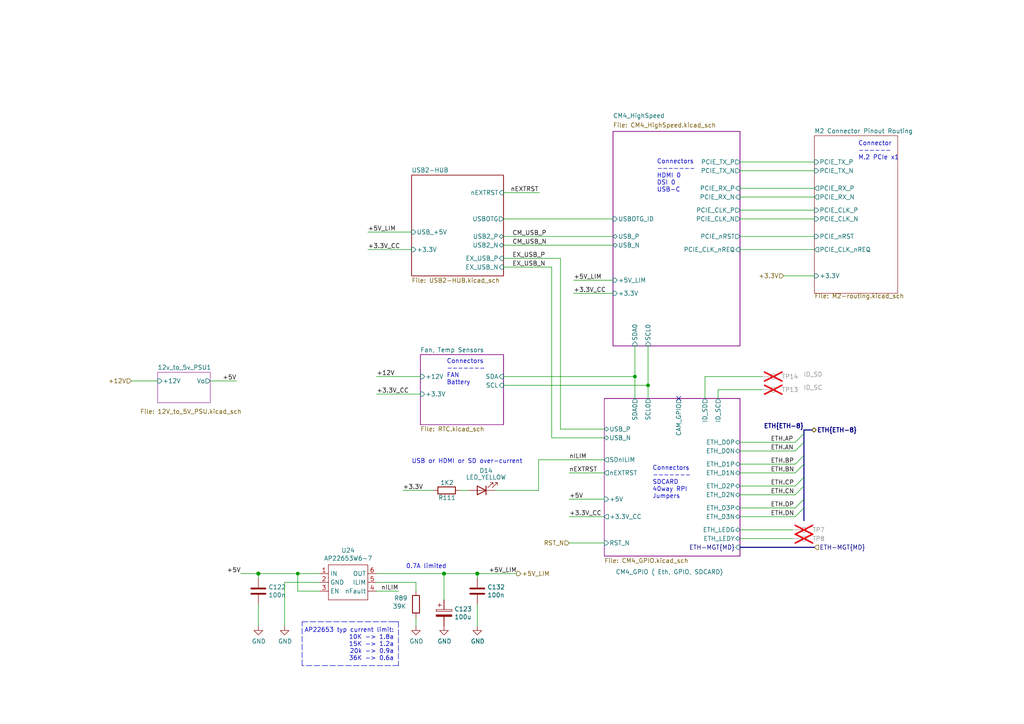
<source format=kicad_sch>
(kicad_sch (version 20231120) (generator "eeschema") (generator_version "8.0")
  (paper "A4")
  (title_block (title "Hexa-Pi") (date "2024-01/02") (rev "1.0") (company "Coxyz") (comment 1 "fjc"))
  (lib_symbols
    (symbol "CM4IO:AP2553W6"
      (property "Reference" "U" (at 3.81 -6.35 0))
      (property "Value" "AP2553W6" (at -3.81 -6.35 0))
      (symbol "AP2553W6_0_0"
        (pin power_in line (at -8.89 2.54 0) (length 2.54) (name "IN") (number "1"))
        (pin power_in line (at -8.89 0 0) (length 2.54) (name "GND") (number "2"))
        (pin input line (at -8.89 -2.54 0) (length 2.54) (name "EN") (number "3"))
        (pin open_collector line (at 7.62 -2.54 180) (length 2.54) (name "nFault") (number "4"))
        (pin passive line (at 7.62 0 180) (length 2.54) (name "ILIM") (number "5"))
        (pin power_out line (at 7.62 2.54 180) (length 2.54) (name "OUT") (number "6"))
      )
      (symbol "AP2553W6_0_1"
        (rectangle (start -6.35 5.08) (end 5.08 -5.08))
      )
    )
    (symbol "Connector:TestPoint" (pin_numbers hide) (pin_names (offset 0.762) hide) (in_bom no)
      (property "Reference" "TP" (at 0 6.858 0))
      (property "Value" "TestPoint" (at 0 5.08 0))
      (symbol "TestPoint_0_1"
        (circle (center 0 3.302) (radius 0.762))
      )
      (symbol "TestPoint_1_1"
        (pin passive line (at 0 0 90) (length 2.54) (name "1") (number "1"))
      )
    )
    (symbol "Device:C" (pin_numbers hide) (pin_names (offset 0.254))
      (property "Reference" "C" (at 0.635 2.54 0))
      (property "Value" "C" (at 0.635 -2.54 0))
      (symbol "C_0_1"
        (polyline (pts (xy -2.032 -0.762) (xy 2.032 -0.762)) (stroke (width 0.508)))
        (polyline (pts (xy -2.032 0.762) (xy 2.032 0.762)) (stroke (width 0.508)))
      )
      (symbol "C_1_1"
        (pin passive line (at 0 3.81 270) (length 2.794) (name "~") (number "1"))
        (pin passive line (at 0 -3.81 90) (length 2.794) (name "~") (number "2"))
      )
    )
    (symbol "Device:C_Polarized" (pin_numbers hide) (pin_names (offset 0.254))
      (property "Reference" "C" (at 0.635 2.54 0))
      (property "Value" "C_Polarized" (at 0.635 -2.54 0))
      (symbol "C_Polarized_0_1"
        (rectangle (start -2.286 0.508) (end 2.286 1.016))
        (polyline (pts (xy -1.778 2.286) (xy -0.762 2.286)))
        (polyline (pts (xy -1.27 2.794) (xy -1.27 1.778)))
        (rectangle (start 2.286 -0.508) (end -2.286 -1.016) (fill (type outline)))
      )
      (symbol "C_Polarized_1_1"
        (pin passive line (at 0 3.81 270) (length 2.794) (name "~") (number "1"))
        (pin passive line (at 0 -3.81 90) (length 2.794) (name "~") (number "2"))
      )
    )
    (symbol "Device:LED" (pin_numbers hide) (pin_names (offset 1.016) hide)
      (property "Reference" "D" (at 0 2.54 0))
      (property "Value" "LED" (at 0 -2.54 0))
      (symbol "LED_0_1"
        (polyline (pts (xy -1.27 -1.27) (xy -1.27 1.27)) (stroke (width 0.254)))
        (polyline (pts (xy -1.27 0) (xy 1.27 0)))
        (polyline (pts (xy 1.27 -1.27) (xy 1.27 1.27) (xy -1.27 0) (xy 1.27 -1.27)) (stroke (width 0.254)))
        (polyline (pts (xy -3.048 -0.762) (xy -4.572 -2.286) (xy -3.81 -2.286) (xy -4.572 -2.286) (xy -4.572 -1.524)))
        (polyline (pts (xy -1.778 -0.762) (xy -3.302 -2.286) (xy -2.54 -2.286) (xy -3.302 -2.286) (xy -3.302 -1.524)))
      )
      (symbol "LED_1_1"
        (pin passive line (at -3.81 0 0) (length 2.54) (name "K") (number "1"))
        (pin passive line (at 3.81 0 180) (length 2.54) (name "A") (number "2"))
      )
    )
    (symbol "Device:R" (pin_numbers hide) (pin_names (offset 0))
      (property "Reference" "R" (at 2.032 0 90))
      (property "Value" "R" (at 0 0 90))
      (symbol "R_0_1"
        (rectangle (start -1.016 -2.54) (end 1.016 2.54) (stroke (width 0.254)))
      )
      (symbol "R_1_1"
        (pin passive line (at 0 3.81 270) (length 1.27) (name "~") (number "1"))
        (pin passive line (at 0 -3.81 90) (length 1.27) (name "~") (number "2"))
      )
    )
    (symbol "TestPoint_1" (pin_numbers hide) (pin_names (offset 0.762) hide) (in_bom no)
      (property "Reference" "TP" (at 0 6.858 0))
      (property "Value" "TestPoint" (at 0 5.08 0))
      (symbol "TestPoint_1_0_1"
        (circle (center 0 3.302) (radius 0.762))
      )
      (symbol "TestPoint_1_1_1"
        (pin passive line (at 0 0 90) (length 2.54) (name "1") (number "1"))
      )
    )
    (symbol "power:GND" (power) (pin_names (offset 0))
      (property "Value" "GND" (at 0 -3.81 0))
      (symbol "GND_0_1"
        (polyline (pts (xy 0 0) (xy 0 -1.27) (xy 1.27 -1.27) (xy 0 -2.54) (xy -1.27 -1.27) (xy 0 -1.27)))
      )
      (symbol "GND_1_1"
        (pin power_in line (at 0 0 270) (length 0) hide (name "GND") (number "1"))
      )
    )
  )
  (junction (at 187.96 111.76))
  (junction (at 138.43 166.37) (diameter 1.016))
  (junction (at 86.36 166.37) (diameter 0.9144))
  (junction (at 184.15 109.22))
  (junction (at 128.778 166.37) (diameter 1.016))
  (junction (at 74.93 166.37) (diameter 1.016))
  (no_connect (at 196.85 115.57))
  (bus_entry (at 233.172 128.27) (size -2.54 2.54))
  (bus_entry (at 233.172 138.43) (size -2.54 2.54))
  (bus_entry (at 233.172 140.97) (size -2.54 2.54))
  (bus_entry (at 233.172 144.78) (size -2.54 2.54))
  (bus_entry (at 233.172 132.08) (size -2.54 2.54))
  (bus_entry (at 233.172 134.62) (size -2.54 2.54))
  (bus_entry (at 233.172 147.32) (size -2.54 2.54))
  (bus_entry (at 233.172 125.73) (size -2.54 2.54))
  (wire (pts (xy 120.65 179.07) (xy 120.65 181.61)))
  (wire (pts (xy 133.35 142.24) (xy 135.89 142.24)))
  (wire (pts (xy 204.47 109.22) (xy 204.47 115.57)))
  (wire (pts (xy 204.47 109.22) (xy 220.98 109.22)))
  (wire (pts (xy 162.56 74.93) (xy 146.05 74.93)))
  (polyline (pts (xy 115.57 193.04) (xy 87.63 193.04)) (stroke (width 0.152) (type dash)))
  (wire (pts (xy 184.15 100.33) (xy 184.15 109.22)))
  (wire (pts (xy 109.22 166.37) (xy 128.778 166.37)))
  (wire (pts (xy 60.96 110.49) (xy 68.58 110.49)))
  (wire (pts (xy 160.02 77.47) (xy 146.05 77.47)))
  (bus (pts (xy 233.172 140.97) (xy 233.172 144.78)))
  (wire (pts (xy 214.63 49.53) (xy 236.22 49.53)))
  (bus (pts (xy 233.172 144.78) (xy 233.172 147.32)))
  (wire (pts (xy 165.1 137.16) (xy 175.26 137.16)))
  (wire (pts (xy 120.65 168.91) (xy 120.65 171.45)))
  (bus (pts (xy 233.172 138.43) (xy 233.172 140.97)))
  (wire (pts (xy 146.05 55.88) (xy 156.464 55.88)))
  (wire (pts (xy 143.51 142.24) (xy 156.21 142.24)))
  (bus (pts (xy 233.172 134.62) (xy 233.172 138.43)))
  (wire (pts (xy 214.63 128.27) (xy 230.632 128.27)))
  (wire (pts (xy 177.8 85.09) (xy 166.37 85.09)))
  (wire (pts (xy 214.63 156.21) (xy 229.87 156.21)))
  (wire (pts (xy 116.84 142.24) (xy 125.73 142.24)))
  (wire (pts (xy 82.55 168.91) (xy 82.55 181.61)))
  (polyline (pts (xy 114.3 180.34) (xy 115.57 180.34)) (stroke (width 0) (type dash)))
  (wire (pts (xy 138.43 175.26) (xy 138.43 181.61)))
  (wire (pts (xy 214.63 149.86) (xy 230.632 149.86)))
  (bus (pts (xy 233.172 147.32) (xy 233.172 151.003)))
  (wire (pts (xy 109.22 109.22) (xy 121.92 109.22)))
  (wire (pts (xy 214.63 153.67) (xy 229.87 153.67)))
  (wire (pts (xy 156.21 142.24) (xy 156.21 133.35)))
  (wire (pts (xy 187.96 100.33) (xy 187.96 111.76)))
  (wire (pts (xy 187.96 115.57) (xy 187.96 111.76)))
  (wire (pts (xy 214.63 46.99) (xy 236.22 46.99)))
  (wire (pts (xy 86.36 166.37) (xy 86.36 171.45)))
  (wire (pts (xy 146.05 111.76) (xy 187.96 111.76)))
  (wire (pts (xy 165.1 144.78) (xy 175.26 144.78)))
  (wire (pts (xy 165.1 157.48) (xy 175.26 157.48)))
  (wire (pts (xy 208.28 113.03) (xy 220.98 113.03)))
  (wire (pts (xy 208.28 115.57) (xy 208.28 113.03)))
  (wire (pts (xy 214.63 147.32) (xy 230.632 147.32)))
  (wire (pts (xy 156.21 133.35) (xy 175.26 133.35)))
  (wire (pts (xy 128.778 166.37) (xy 138.43 166.37)))
  (wire (pts (xy 214.63 54.61) (xy 236.22 54.61)))
  (wire (pts (xy 138.43 167.64) (xy 138.43 166.37)))
  (polyline (pts (xy 87.63 180.34) (xy 115.57 180.34)) (stroke (width 0.152) (type dash)))
  (wire (pts (xy 214.63 60.96) (xy 236.22 60.96)))
  (wire (pts (xy 146.05 68.58) (xy 177.8 68.58)))
  (bus (pts (xy 235.458 124.714) (xy 233.172 124.714)))
  (wire (pts (xy 86.36 166.37) (xy 92.71 166.37)))
  (wire (pts (xy 160.02 127) (xy 160.02 77.47)))
  (wire (pts (xy 214.63 134.62) (xy 230.632 134.62)))
  (wire (pts (xy 106.68 67.31) (xy 119.38 67.31)))
  (wire (pts (xy 74.93 166.37) (xy 86.36 166.37)))
  (wire (pts (xy 109.22 168.91) (xy 120.65 168.91)))
  (bus (pts (xy 233.172 132.08) (xy 233.172 134.62)))
  (wire (pts (xy 236.22 72.39) (xy 214.63 72.39)))
  (wire (pts (xy 162.56 124.46) (xy 175.26 124.46)))
  (wire (pts (xy 214.63 68.58) (xy 236.22 68.58)))
  (wire (pts (xy 166.37 81.28) (xy 177.8 81.28)))
  (wire (pts (xy 214.63 140.97) (xy 230.632 140.97)))
  (wire (pts (xy 214.63 57.15) (xy 236.22 57.15)))
  (polyline (pts (xy 87.63 193.04) (xy 87.63 180.34)) (stroke (width 0.152) (type dash)))
  (wire (pts (xy 119.38 72.39) (xy 106.68 72.39)))
  (wire (pts (xy 184.15 109.22) (xy 184.15 115.57)))
  (wire (pts (xy 86.36 171.45) (xy 92.71 171.45)))
  (wire (pts (xy 128.778 166.37) (xy 128.778 173.99)))
  (wire (pts (xy 146.05 71.12) (xy 177.8 71.12)))
  (bus (pts (xy 233.172 128.27) (xy 233.172 132.08)))
  (bus (pts (xy 233.172 124.714) (xy 233.172 125.73)))
  (wire (pts (xy 214.63 137.16) (xy 230.632 137.16)))
  (wire (pts (xy 146.05 63.5) (xy 177.8 63.5)))
  (wire (pts (xy 160.02 127) (xy 175.26 127)))
  (wire (pts (xy 69.85 166.37) (xy 74.93 166.37)))
  (wire (pts (xy 138.43 166.37) (xy 149.86 166.37)))
  (bus (pts (xy 236.22 158.75) (xy 214.63 158.75)))
  (wire (pts (xy 109.22 171.45) (xy 115.57 171.45)))
  (wire (pts (xy 214.63 130.81) (xy 230.632 130.81)))
  (wire (pts (xy 162.56 124.46) (xy 162.56 74.93)))
  (polyline (pts (xy 115.57 180.34) (xy 115.57 193.04)) (stroke (width 0.152) (type dash)))
  (wire (pts (xy 121.92 114.3) (xy 109.22 114.3)))
  (wire (pts (xy 214.63 143.51) (xy 230.632 143.51)))
  (wire (pts (xy 74.93 181.61) (xy 74.93 175.26)))
  (wire (pts (xy 74.93 167.64) (xy 74.93 166.37)))
  (wire (pts (xy 146.05 109.22) (xy 184.15 109.22)))
  (wire (pts (xy 236.22 63.5) (xy 214.63 63.5)))
  (wire (pts (xy 38.1 110.49) (xy 45.72 110.49)))
  (wire (pts (xy 227.33 80.01) (xy 236.22 80.01)))
  (wire (pts (xy 92.71 168.91) (xy 82.55 168.91)))
  (bus (pts (xy 233.172 125.73) (xy 233.172 128.27)))
  (wire (pts (xy 165.1 149.86) (xy 175.26 149.86)))
  (text "Connector\n------\nM.2 PCIe x1" (at 248.9004 46.531 0) (effects (font (size 1.27 1.27)) (justify left bottom)))
  (text "0.7A limited" (at 129.54 165.1 0) (effects (font (size 1.27 1.27)) (justify right bottom)))
  (text "Connectors\n-------\nSDCARD\n40way RPI\nJumpers" (at 189.23 144.78 0) (effects (font (size 1.27 1.27)) (justify left bottom)))
  (text "Connectors\n-------\nFAN\nBattery" (at 129.54 111.76 0) (effects (font (size 1.27 1.27)) (justify left bottom)))
  (text "Connectors\n-------\nHDMI 0\nDSI 0\nUSB-C\n" (at 190.5 55.88 0) (effects (font (size 1.27 1.27)) (justify left bottom)))
  (text "AP22653 typ current limit:\n10K -> 1.8a\n15K -> 1.2a\n20k -> 0.9a\n36K -> 0.6a" (at 114.3 191.77 0) (effects (font (size 1.27 1.27)) (justify right bottom)))
  (text "USB or HDMI or SD over-current" (at 119.38 134.62 0) (effects (font (size 1.27 1.27)) (justify left bottom)))
  (label "nEXTRST" (at 165.1 137.16 0))
  (label "+12V" (at 109.22 109.22 0))
  (label "+3.3V_CC" (at 165.1 149.86 0))
  (label "ETH.AP" (at 223.52 128.27 0))
  (label "nILIM" (at 165.1 133.35 0))
  (label "nEXTRST" (at 156.21 55.88 180))
  (label "+3.3V_CC" (at 109.22 114.3 0))
  (label "ETH{ETH-8}" (at 233.172 124.714 180) (effects (font (bold yes))))
  (label "+5V" (at 68.58 110.49 180))
  (label "nILIM" (at 115.57 171.45 180))
  (label "ETH.CN" (at 223.52 143.51 0))
  (label "CM_USB_P" (at 148.59 68.58 0))
  (label "+3.3V_CC" (at 106.68 72.39 0))
  (label "+3.3V" (at 116.84 142.24 0))
  (label "+5V_LIM" (at 149.86 166.37 180))
  (label "ETH.DN" (at 223.52 149.86 0))
  (label "ETH.CP" (at 223.52 140.97 0))
  (label "ETH.DP" (at 223.52 147.32 0))
  (label "+5V" (at 69.85 166.37 180))
  (label "+5V" (at 165.1 144.78 0))
  (label "EX_USB_P" (at 148.59 74.93 0))
  (label "ETH.BN" (at 223.52 137.16 0))
  (label "+5V_LIM" (at 166.37 81.28 0))
  (label "+5V_LIM" (at 106.68 67.31 0))
  (label "CM_USB_N" (at 148.59 71.12 0))
  (label "+3.3V_CC" (at 166.37 85.09 0))
  (label "ETH.BP" (at 223.52 134.62 0))
  (label "EX_USB_N" (at 148.59 77.47 0))
  (label "ETH.AN" (at 223.52 130.81 0))
  (hierarchical_label "ETH{ETH-8}" (shape bidirectional) (at 235.458 124.714 0) (effects (font (bold yes))))
  (hierarchical_label "RST_N" (shape input) (at 165.1 157.48 180))
  (hierarchical_label "+5V_LIM" (shape output) (at 149.86 166.37 0))
  (hierarchical_label "ETH-MGT{MD}" (shape input) (at 236.22 158.75 0))
  (hierarchical_label "+3.3V" (shape input) (at 227.33 80.01 180))
  (hierarchical_label "+12V" (shape input) (at 38.1 110.49 180))
  (symbol (lib_name "TestPoint_1") (lib_id "Connector:TestPoint") (at 220.98 113.03 270) (unit 1) (in_bom no) (dnp yes)
    (property "Reference" "TP13" (at 226.695 113.0299 90) (effects (justify left)))
    (property "Value" "ID_SC" (at 233.045 112.395 90) (effects (justify left)))
    (property "Footprint" "TestPoint:TestPoint_Pad_D1.0mm" (effects (hide yes)))
    (property "LCSC Part #" "DNP" (effects (hide yes)))
    (property "Part Description" "testpoint" (effects (hide yes)))
    (property "Special" "DNP" (effects (hide yes)))
  )
  (symbol (lib_id "Device:C") (at 74.93 171.45 0) (unit 1)
    (property "Reference" "C122" (at 77.851 170.2816 0) (effects (justify left)))
    (property "Value" "100n" (at 77.851 172.593 0) (effects (justify left)))
    (property "Footprint" "Capacitor_SMD:C_0402_1005Metric" (effects (hide yes)))
    (property "Datasheet" "https://search.murata.co.jp/Ceramy/image/img/A01X/G101/ENG/GRM21BR71A106KA73-01.pdf" (effects (hide yes)))
    (property "LCSC Part #" "C1525" (effects (hide yes)))
    (property "Part Description" "50V 100nF X7R ±10% 0402 Multilayer Ceramic Capacitors MLCC" (effects (hide yes)))
  )
  (symbol (lib_id "Device:C") (at 138.43 171.45 0) (unit 1)
    (property "Reference" "C132" (at 141.351 170.2816 0) (effects (justify left)))
    (property "Value" "100n" (at 141.351 172.593 0) (effects (justify left)))
    (property "Footprint" "Capacitor_SMD:C_0402_1005Metric" (effects (hide yes)))
    (property "Datasheet" "https://search.murata.co.jp/Ceramy/image/img/A01X/G101/ENG/GRM21BR71A106KA73-01.pdf" (effects (hide yes)))
    (property "LCSC Part #" "C1525" (effects (hide yes)))
    (property "Part Description" "50V 100nF X7R ±10% 0402 Multilayer Ceramic Capacitors MLCC" (effects (hide yes)))
  )
  (symbol (lib_id "Device:R") (at 129.54 142.24 90) (unit 1)
    (property "Reference" "R111" (at 129.6342 144.3591 90))
    (property "Value" "1K2" (at 129.6342 140.0031 90))
    (property "Footprint" "Resistor_SMD:R_0603_1608Metric" (effects (hide yes)))
    (property "LCSC Part #" "C22765" (effects (hide yes)))
    (property "Part Description" "100mW ±1% 1.2kΩ 0603 Chip Resistor - Surface Mount" (effects (hide yes)))
  )
  (symbol (lib_id "Connector:TestPoint") (at 220.98 109.22 270) (unit 1) (in_bom no) (dnp yes)
    (property "Reference" "TP14" (at 226.695 109.2199 90) (effects (justify left)))
    (property "Value" "ID_SD" (at 233.045 108.585 90) (effects (justify left)))
    (property "Footprint" "TestPoint:TestPoint_Pad_D1.0mm" (effects (hide yes)))
    (property "LCSC Part #" "DNP" (effects (hide yes)))
    (property "Part Description" "testpoint" (effects (hide yes)))
    (property "Special" "DNP" (effects (hide yes)))
  )
  (symbol (lib_id "Device:C_Polarized") (at 128.778 177.8 0) (unit 1)
    (property "Reference" "C123" (at 131.7752 176.657 0) (effects (justify left)))
    (property "Value" "100u" (at 131.7752 178.943 0) (effects (justify left)))
    (property "Footprint" "Capacitor_Tantalum_SMD:CP_EIA-3528-21_Kemet-B" (effects (hide yes)))
    (property "Datasheet" "https://datasheets.avx.com/TPS.pdf" (effects (hide yes)))
    (property "LCSC Part #" "C16133" (effects (hide yes)))
    (property "Part Description" "6.3V 100uF 1.7Ω@100kHz ±10% CASE-B-3528 Tantalum Cap" (effects (hide yes)))
  )
  (symbol (lib_id "power:GND") (at 74.93 181.61 0) (unit 1)
    (property "Reference" "#PWR020" (effects (hide yes)))
    (property "Value" "GND" (at 75.057 186.0042 0))
  )
  (symbol (lib_id "Connector:TestPoint") (at 229.87 156.21 270) (unit 1) (in_bom no) (dnp yes)
    (property "Reference" "TP8" (at 235.585 156.2099 90) (effects (justify left)))
    (property "Value" "ID_SD" (effects (hide yes)))
    (property "Footprint" "TestPoint:TestPoint_Pad_D1.0mm" (effects (hide yes)))
    (property "LCSC Part #" "DNP" (effects (hide yes)))
    (property "Part Description" "testpoint" (effects (hide yes)))
    (property "Special" "DNP" (effects (hide yes)))
  )
  (symbol (lib_id "power:GND") (at 82.55 181.61 0) (unit 1)
    (property "Reference" "#PWR021" (effects (hide yes)))
    (property "Value" "GND" (at 82.677 186.0042 0))
  )
  (symbol (lib_id "power:GND") (at 128.778 181.61 0) (unit 1)
    (property "Reference" "#PWR023" (effects (hide yes)))
    (property "Value" "GND" (at 128.905 186.0042 0))
  )
  (symbol (lib_id "power:GND") (at 138.43 181.61 0) (unit 1)
    (property "Reference" "#PWR024" (effects (hide yes)))
    (property "Value" "GND" (at 138.557 186.0042 0))
  )
  (symbol (lib_id "power:GND") (at 120.65 181.61 0) (unit 1)
    (property "Reference" "#PWR022" (effects (hide yes)))
    (property "Value" "GND" (at 120.777 186.0042 0))
  )
  (symbol (lib_id "CM4IO:AP2553W6") (at 101.6 168.91 0) (unit 1)
    (property "Reference" "U24" (at 100.965 159.639 0))
    (property "Value" "AP22653W6-7" (at 100.965 161.9504 0))
    (property "Footprint" "Package_TO_SOT_SMD:SOT-23-6" (effects (hide yes)))
    (property "Datasheet" "https://www.diodes.com/assets/Datasheets/AP22652_53_52A_53A.pdf" (effects (hide yes)))
    (property "LCSC Part #" "C2158037" (effects (hide yes)))
    (property "Part Description" "2.1A 1 SOT-26/SOT23-6 Power Distribution Switch" (effects (hide yes)))
  )
  (symbol (lib_id "Connector:TestPoint") (at 229.87 153.67 270) (unit 1) (in_bom no) (dnp yes)
    (property "Reference" "TP7" (at 235.585 153.6699 90) (effects (justify left)))
    (property "Value" "ID_SD" (effects (hide yes)))
    (property "Footprint" "TestPoint:TestPoint_Pad_D1.0mm" (effects (hide yes)))
    (property "LCSC Part #" "DNP" (effects (hide yes)))
    (property "Part Description" "testpoint" (effects (hide yes)))
    (property "Special" "DNP" (effects (hide yes)))
  )
  (symbol (lib_id "Device:LED") (at 139.7 142.24 180) (unit 1)
    (property "Reference" "D14" (at 140.97 136.525 0))
    (property "Value" "LED_YELLOW" (at 140.97 138.43 0))
    (property "Footprint" "LED_SMD:LED_0603_1608Metric_Pad1.05x0.95mm_HandSolder" (effects (hide yes)))
    (property "Datasheet" "http://optoelectronics.liteon.com/upload/download/DS22-2000-210/LTST-S270KRKT.pdf" (effects (hide yes)))
    (property "LCSC Part #" "C72038" (effects (hide yes)))
    (property "Part Description" "Yellow 0603 Light Emitting Diode" (effects (hide yes)))
  )
  (symbol (lib_id "Device:R") (at 120.65 175.26 0) (unit 1)
    (property "Reference" "R89" (at 114.3 173.482 0) (effects (justify left)))
    (property "Value" "39K" (at 113.8968 175.8655 0) (effects (justify left)))
    (property "Footprint" "Resistor_SMD:R_0603_1608Metric" (effects (hide yes)))
    (property "LCSC Part #" "C23153" (effects (hide yes)))
    (property "Part Description" "100mW ±1% 39kΩ 0603 Chip Resistor - Surface Mount" (effects (hide yes)))
  )
  (sheet (at 175.26 115.57) (size 39.37 45.72) (stroke (width 0.1524) (color 132 0 132 1)) (fill (color 255 255 255 0.0000))
    (property "Sheetname" "CM4_GPIO ( Eth, GPIO, SDCARD)" (at 178.562 166.624 0) (effects (justify left bottom)))
    (property "Sheetfile" "CM4_GPIO.kicad_sch" (at 175.26 161.8746 0) (effects (justify left top)))
    (pin "ID_SC" output (at 208.28 115.57 90))
    (pin "ID_SD" output (at 204.47 115.57 90))
    (pin "CAM_GPIO" output (at 196.85 115.57 90))
    (pin "SCL0" output (at 187.96 115.57 90))
    (pin "SDA0" output (at 184.15 115.57 90))
    (pin "ETH_D3P" bidirectional (at 214.63 147.32 0))
    (pin "ETH_D2N" bidirectional (at 214.63 143.51 0))
    (pin "ETH_D3N" bidirectional (at 214.63 149.86 0))
    (pin "ETH_D2P" bidirectional (at 214.63 140.97 0))
    (pin "ETH_LEDG" bidirectional (at 214.63 153.67 0))
    (pin "ETH_LEDY" bidirectional (at 214.63 156.21 0))
    (pin "ETH_D1P" bidirectional (at 214.63 134.62 0))
    (pin "ETH_D0N" bidirectional (at 214.63 130.81 0))
    (pin "ETH_D1N" bidirectional (at 214.63 137.16 0))
    (pin "ETH_D0P" bidirectional (at 214.63 128.27 0))
    (pin "RST_N" input (at 175.26 157.48 180))
    (pin "+3.3V_CC" output (at 175.26 149.86 180))
    (pin "SDnILIM" output (at 175.26 133.35 180))
    (pin "+5V" input (at 175.26 144.78 180))
    (pin "USB_P" bidirectional (at 175.26 124.46 180))
    (pin "USB_N" bidirectional (at 175.26 127 180))
    (pin "nEXTRST" output (at 175.26 137.16 180))
    (pin "ETH-MGT{MD}" input (at 214.63 158.75 0))
  )
  (sheet (at 177.8 38.1) (size 36.83 62.23) (stroke (width 0.1524) (color 132 0 132 1)) (fill (color 255 255 255 0.0000))
    (property "Sheetname" "CM4_HighSpeed" (at 177.8 34.29 0) (effects (justify left bottom)))
    (property "Sheetfile" "CM4_HighSpeed.kicad_sch" (at 177.8 35.56 0) (effects (justify left top)))
    (pin "SCL0" input (at 187.96 100.33 270))
    (pin "SDA0" input (at 184.15 100.33 270))
    (pin "+5V_LIM" input (at 177.8 81.28 180))
    (pin "PCIE_CLK_P" output (at 214.63 60.96 0))
    (pin "PCIE_CLK_N" output (at 214.63 63.5 0))
    (pin "PCIE_TX_P" output (at 214.63 46.99 0))
    (pin "PCIE_TX_N" output (at 214.63 49.53 0))
    (pin "PCIE_nRST" output (at 214.63 68.58 0))
    (pin "PCIE_RX_P" input (at 214.63 54.61 0))
    (pin "PCIE_RX_N" input (at 214.63 57.15 0))
    (pin "PCIE_CLK_nREQ" input (at 214.63 72.39 0))
    (pin "+3.3V" input (at 177.8 85.09 180))
    (pin "USB_N" bidirectional (at 177.8 71.12 180))
    (pin "USB_P" bidirectional (at 177.8 68.58 180))
    (pin "USBOTG_ID" input (at 177.8 63.5 180))
  )
  (sheet (at 121.92 102.87) (size 24.13 20.32) (stroke (width 0.1524) (color 132 0 132 1)) (fill (color 255 255 255 0.0000))
    (property "Sheetname" "Fan, Temp Sensors" (at 121.92 102.2345 0) (effects (justify left bottom)))
    (property "Sheetfile" "RTC.kicad_sch" (at 121.92 123.6985 0) (effects (justify left top)))
    (pin "SCL" input (at 146.05 111.76 0))
    (pin "SDA" input (at 146.05 109.22 0))
    (pin "+3.3V" input (at 121.92 114.3 180))
    (pin "+12V" input (at 121.92 109.22 180))
  )
  (sheet (at 45.72 107.95) (size 15.24 8.89) (stroke (width 0.001) (color 132 0 132 1)) (fill (color 255 255 255 0.0000))
    (property "Sheetname" "12v_to_5v_PSU1" (at 45.72 107.314 0) (effects (justify left bottom)))
    (property "Sheetfile" "12V_to_5V_PSU.kicad_sch" (at 40.64 118.619 0) (effects (justify left top)))
    (pin "+12V" input (at 45.72 110.49 180))
    (pin "Vo" output (at 60.96 110.49 0))
  )
  (sheet (at 236.22 39.37) (size 24.13 45.72) (stroke (width 0.0005))
    (property "Sheetname" "M2 Connector Pinout Routing" (at 236.22 38.7343 0) (effects (justify left bottom)))
    (property "Sheetfile" "M2-routing.kicad_sch" (at 236.22 85.1075 0) (effects (justify left top)))
    (pin "PCIE_CLK_nREQ" output (at 236.22 72.39 180))
    (pin "PCIE_TX_P" input (at 236.22 46.99 180))
    (pin "PCIE_nRST" input (at 236.22 68.58 180))
    (pin "PCIE_CLK_P" input (at 236.22 60.96 180))
    (pin "PCIE_CLK_N" input (at 236.22 63.5 180))
    (pin "PCIE_RX_N" output (at 236.22 57.15 180))
    (pin "PCIE_TX_N" input (at 236.22 49.53 180))
    (pin "PCIE_RX_P" output (at 236.22 54.61 180))
    (pin "+3.3V" input (at 236.22 80.01 180))
  )
  (sheet (at 119.38 50.8) (size 26.67 29.21) (stroke (width 0.1524))
    (property "Sheetname" "USB2-HUB" (at 119.38 50.0884 0) (effects (justify left bottom)))
    (property "Sheetfile" "USB2-HUB.kicad_sch" (at 119.38 80.5946 0) (effects (justify left top)))
    (pin "+3.3V" input (at 119.38 72.39 180))
    (pin "USBOTG" output (at 146.05 63.5 0))
    (pin "USB2_P" bidirectional (at 146.05 68.58 0))
    (pin "USB2_N" bidirectional (at 146.05 71.12 0))
    (pin "nEXTRST" input (at 146.05 55.88 0))
    (pin "USB_+5V" input (at 119.38 67.31 180))
    (pin "EX_USB_P" input (at 146.05 74.93 0))
    (pin "EX_USB_N" input (at 146.05 77.47 0))
  )
)
</source>
